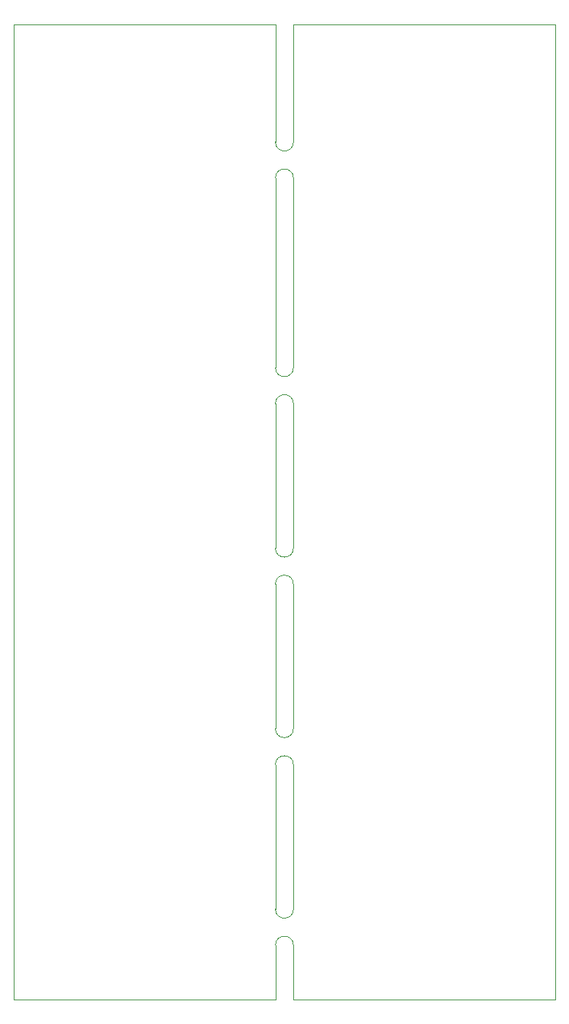
<source format=gm1>
%TF.GenerationSoftware,KiCad,Pcbnew,7.0.2-0*%
%TF.CreationDate,2023-07-19T20:31:15+01:00*%
%TF.ProjectId,attiny-modulator,61747469-6e79-42d6-9d6f-64756c61746f,rev02*%
%TF.SameCoordinates,Original*%
%TF.FileFunction,Profile,NP*%
%FSLAX46Y46*%
G04 Gerber Fmt 4.6, Leading zero omitted, Abs format (unit mm)*
G04 Created by KiCad (PCBNEW 7.0.2-0) date 2023-07-19 20:31:15*
%MOMM*%
%LPD*%
G01*
G04 APERTURE LIST*
%TA.AperFunction,Profile*%
%ADD10C,0.050000*%
%TD*%
G04 APERTURE END LIST*
D10*
X131000000Y-50000000D02*
X160000000Y-50000000D01*
X129000000Y-152000000D02*
X129000000Y-158000000D01*
X100000000Y-50000000D02*
X129000000Y-50000000D01*
X100000000Y-158000000D02*
X100000000Y-50000000D01*
X160000000Y-50000000D02*
X160000000Y-158000000D01*
X129000000Y-132000000D02*
X129000000Y-148000000D01*
X129000000Y-158000000D02*
X100000000Y-158000000D01*
X131000000Y-112000000D02*
X131000000Y-128000000D01*
X131000000Y-50000000D02*
X131000000Y-63000000D01*
X131000000Y-67000000D02*
X131000000Y-88000000D01*
X129000000Y-67000000D02*
X129000000Y-88000000D01*
X131000000Y-132000000D02*
X131000000Y-148000000D01*
X160000000Y-158000000D02*
X131000000Y-158000000D01*
X129000000Y-112000000D02*
X129000000Y-128000000D01*
X129000000Y-92000000D02*
X129000000Y-108000000D01*
X131000000Y-152000000D02*
X131000000Y-158000000D01*
X131000000Y-92000000D02*
X131000000Y-108000000D01*
X129000000Y-50000000D02*
X129000000Y-63000000D01*
%TO.C,mouse-bite-2mm-slot*%
X131000000Y-92000000D02*
G75*
G03*
X129000000Y-92000000I-1000000J0D01*
G01*
X129000000Y-88000000D02*
G75*
G03*
X131000000Y-88000000I1000000J0D01*
G01*
X131000000Y-112000000D02*
G75*
G03*
X129000000Y-112000000I-1000000J0D01*
G01*
X129000000Y-108000000D02*
G75*
G03*
X131000000Y-108000000I1000000J0D01*
G01*
X131000000Y-152000000D02*
G75*
G03*
X129000000Y-152000000I-1000000J0D01*
G01*
X129000000Y-148000000D02*
G75*
G03*
X131000000Y-148000000I1000000J0D01*
G01*
X131000000Y-132000000D02*
G75*
G03*
X129000000Y-132000000I-1000000J0D01*
G01*
X129000000Y-128000000D02*
G75*
G03*
X131000000Y-128000000I1000000J0D01*
G01*
X131000000Y-67000000D02*
G75*
G03*
X129000000Y-67000000I-1000000J0D01*
G01*
X129000000Y-63000000D02*
G75*
G03*
X131000000Y-63000000I1000000J0D01*
G01*
%TD*%
M02*

</source>
